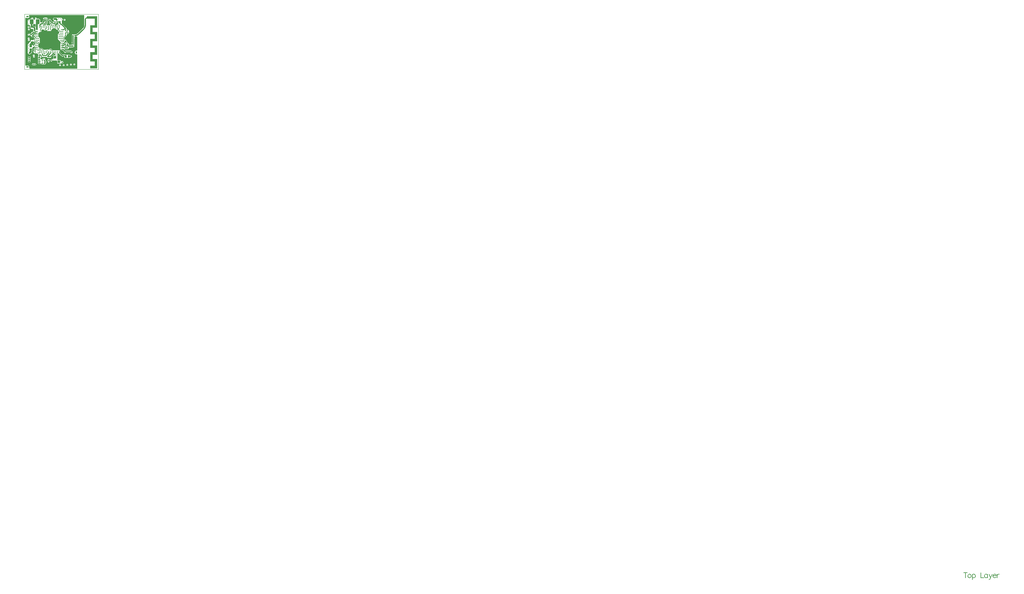
<source format=gtl>
G04*
G04 #@! TF.GenerationSoftware,Altium Limited,Altium Designer,22.4.2 (48)*
G04*
G04 Layer_Physical_Order=1*
G04 Layer_Color=255*
%FSLAX24Y24*%
%MOIN*%
G70*
G04*
G04 #@! TF.SameCoordinates,234F8549-8FEE-4F9A-8B0D-93BDF39202AA*
G04*
G04*
G04 #@! TF.FilePolarity,Positive*
G04*
G01*
G75*
%ADD14C,0.0059*%
%ADD15C,0.0039*%
G04:AMPARAMS|DCode=20|XSize=10.8mil|YSize=11.8mil|CornerRadius=2.7mil|HoleSize=0mil|Usage=FLASHONLY|Rotation=270.000|XOffset=0mil|YOffset=0mil|HoleType=Round|Shape=RoundedRectangle|*
%AMROUNDEDRECTD20*
21,1,0.0108,0.0064,0,0,270.0*
21,1,0.0054,0.0118,0,0,270.0*
1,1,0.0054,-0.0032,-0.0027*
1,1,0.0054,-0.0032,0.0027*
1,1,0.0054,0.0032,0.0027*
1,1,0.0054,0.0032,-0.0027*
%
%ADD20ROUNDEDRECTD20*%
G04:AMPARAMS|DCode=21|XSize=10.8mil|YSize=11.8mil|CornerRadius=2.7mil|HoleSize=0mil|Usage=FLASHONLY|Rotation=180.000|XOffset=0mil|YOffset=0mil|HoleType=Round|Shape=RoundedRectangle|*
%AMROUNDEDRECTD21*
21,1,0.0108,0.0064,0,0,180.0*
21,1,0.0054,0.0118,0,0,180.0*
1,1,0.0054,-0.0027,0.0032*
1,1,0.0054,0.0027,0.0032*
1,1,0.0054,0.0027,-0.0032*
1,1,0.0054,-0.0027,-0.0032*
%
%ADD21ROUNDEDRECTD21*%
G04:AMPARAMS|DCode=22|XSize=21.7mil|YSize=23.6mil|CornerRadius=5.4mil|HoleSize=0mil|Usage=FLASHONLY|Rotation=180.000|XOffset=0mil|YOffset=0mil|HoleType=Round|Shape=RoundedRectangle|*
%AMROUNDEDRECTD22*
21,1,0.0217,0.0128,0,0,180.0*
21,1,0.0108,0.0236,0,0,180.0*
1,1,0.0108,-0.0054,0.0064*
1,1,0.0108,0.0054,0.0064*
1,1,0.0108,0.0054,-0.0064*
1,1,0.0108,-0.0054,-0.0064*
%
%ADD22ROUNDEDRECTD22*%
G04:AMPARAMS|DCode=23|XSize=21.7mil|YSize=23.6mil|CornerRadius=5.4mil|HoleSize=0mil|Usage=FLASHONLY|Rotation=270.000|XOffset=0mil|YOffset=0mil|HoleType=Round|Shape=RoundedRectangle|*
%AMROUNDEDRECTD23*
21,1,0.0217,0.0128,0,0,270.0*
21,1,0.0108,0.0236,0,0,270.0*
1,1,0.0108,-0.0064,-0.0054*
1,1,0.0108,-0.0064,0.0054*
1,1,0.0108,0.0064,0.0054*
1,1,0.0108,0.0064,-0.0054*
%
%ADD23ROUNDEDRECTD23*%
G04:AMPARAMS|DCode=24|XSize=10.8mil|YSize=11.8mil|CornerRadius=2.7mil|HoleSize=0mil|Usage=FLASHONLY|Rotation=135.000|XOffset=0mil|YOffset=0mil|HoleType=Round|Shape=RoundedRectangle|*
%AMROUNDEDRECTD24*
21,1,0.0108,0.0064,0,0,135.0*
21,1,0.0054,0.0118,0,0,135.0*
1,1,0.0054,0.0003,0.0042*
1,1,0.0054,0.0042,0.0003*
1,1,0.0054,-0.0003,-0.0042*
1,1,0.0054,-0.0042,-0.0003*
%
%ADD24ROUNDEDRECTD24*%
G04:AMPARAMS|DCode=25|XSize=55.1mil|YSize=43.3mil|CornerRadius=10.8mil|HoleSize=0mil|Usage=FLASHONLY|Rotation=270.000|XOffset=0mil|YOffset=0mil|HoleType=Round|Shape=RoundedRectangle|*
%AMROUNDEDRECTD25*
21,1,0.0551,0.0217,0,0,270.0*
21,1,0.0335,0.0433,0,0,270.0*
1,1,0.0217,-0.0108,-0.0167*
1,1,0.0217,-0.0108,0.0167*
1,1,0.0217,0.0108,0.0167*
1,1,0.0217,0.0108,-0.0167*
%
%ADD25ROUNDEDRECTD25*%
%ADD28R,0.0295X0.0295*%
%ADD42C,0.0119*%
%ADD43C,0.0119*%
%ADD44R,0.1772X0.1772*%
%ADD45O,0.0098X0.0276*%
%ADD46O,0.0276X0.0098*%
%ADD47R,0.0197X0.0118*%
%ADD48R,0.0512X0.0591*%
%ADD49C,0.0100*%
%ADD50C,0.0160*%
%ADD51C,0.0100*%
%ADD52C,0.0060*%
%ADD53C,0.0040*%
%ADD54C,0.0120*%
%ADD55C,0.0200*%
%ADD56C,0.0140*%
%ADD57O,0.0276X0.0118*%
%ADD58O,0.0118X0.0276*%
%ADD59C,0.0120*%
%ADD60C,0.0140*%
%ADD61C,0.0160*%
G36*
X8032Y4606D02*
X7520Y4606D01*
X7520Y4134D01*
X8032Y4134D01*
X8032Y3110D01*
X7520Y3110D01*
X7520Y2638D01*
X8032Y2638D01*
X8032Y1614D01*
X7520Y1614D01*
X7520Y1142D01*
X8032Y1142D01*
X8032Y118D01*
X7244Y118D01*
X7244Y394D01*
X7756Y394D01*
X7756Y866D01*
X7244Y866D01*
X7244Y1890D01*
X7756Y1890D01*
X7756Y2362D01*
X7244Y2362D01*
X7244Y3386D01*
X7244Y3386D01*
X7756Y3386D01*
X7756Y3858D01*
X7244Y3858D01*
X7244Y4882D01*
X7244Y4882D01*
X7756Y4882D01*
X7756Y5591D01*
X7756Y5591D01*
X6890Y5591D01*
X6890Y5866D01*
X8032Y5866D01*
X8032Y4606D01*
X8032Y4606D02*
G37*
G36*
X3733Y5126D02*
X3740Y5089D01*
X3741Y5089D01*
X3740Y5088D01*
X3710Y5026D01*
X3701Y5024D01*
X3668Y5002D01*
X3646Y4969D01*
X3638Y4930D01*
X3605Y4890D01*
X3589Y4879D01*
X3575Y4879D01*
X3536Y4887D01*
X3519Y4894D01*
X3507Y4913D01*
X3450Y4970D01*
X3469Y5030D01*
X3493Y5030D01*
X3493Y5124D01*
X3511Y5161D01*
X3541Y5180D01*
X3574Y5180D01*
X3600Y5185D01*
X3605Y5188D01*
X3733Y5188D01*
X3733Y5126D01*
X3733Y5126D02*
G37*
G36*
X1200Y5021D02*
X1217Y5000D01*
X1217Y5000D01*
X1217Y4722D01*
X1209Y4716D01*
X1157Y4700D01*
X1080Y4777D01*
X1041Y4803D01*
X994Y4812D01*
X947Y4812D01*
X936Y4829D01*
X905Y4850D01*
X878Y4855D01*
X878Y4952D01*
X904Y4952D01*
X961Y4964D01*
X1011Y4996D01*
X1017Y5005D01*
X1030Y5021D01*
X1030Y5021D01*
X1200Y5021D01*
X1200Y5021D02*
G37*
G36*
X6584Y5502D02*
X6581Y5482D01*
X6582Y5482D01*
X6582Y4830D01*
X6582Y4830D01*
X6582Y4830D01*
X6572Y4752D01*
X6541Y4678D01*
X6493Y4616D01*
X6493Y4616D01*
X6451Y4573D01*
X5846Y3969D01*
X5824Y3991D01*
X5739Y3906D01*
X5691Y3876D01*
X5681Y3874D01*
X5679Y3874D01*
X5567Y3874D01*
X5562Y3873D01*
X5540Y3873D01*
X5506Y3867D01*
X5464Y3852D01*
X5422Y3867D01*
X5388Y3873D01*
X5366Y3873D01*
X5361Y3874D01*
X5326Y3879D01*
X5301Y3900D01*
X5301Y3906D01*
X5240Y3932D01*
X5240Y3780D01*
X5240Y3780D01*
X5243Y3775D01*
X5239Y3753D01*
X5239Y3410D01*
X5239Y3410D01*
X5239Y3410D01*
X5239Y3293D01*
X5238Y3290D01*
X5239Y3287D01*
X5239Y3016D01*
X5207Y3016D01*
X5207Y2896D01*
X5239Y2896D01*
X5239Y2781D01*
X5240Y2775D01*
X5240Y2754D01*
X5196Y2696D01*
X4892Y2696D01*
X4892Y2767D01*
X4886Y2798D01*
X4886Y2829D01*
X4879Y2863D01*
X4860Y2892D01*
X4831Y2911D01*
X4797Y2918D01*
X4752Y2918D01*
X4735Y2930D01*
X4734Y2931D01*
X4707Y2972D01*
X4712Y3000D01*
X4703Y3047D01*
X4677Y3087D01*
X4676Y3087D01*
X4675Y3092D01*
X4655Y3122D01*
X4620Y3157D01*
X4615Y3180D01*
X4600Y3202D01*
X4580Y3216D01*
X4580Y3280D01*
X4460Y3280D01*
X4431Y3328D01*
X4431Y3536D01*
X4558Y3664D01*
X4563Y3665D01*
X4585Y3680D01*
X4599Y3700D01*
X4663Y3700D01*
X4663Y3865D01*
X4690Y3892D01*
X4744Y3892D01*
X4770Y3897D01*
X4792Y3912D01*
X4807Y3934D01*
X4812Y3960D01*
X4812Y3991D01*
X4831Y4010D01*
X4859Y4016D01*
X4892Y4038D01*
X4914Y4071D01*
X4922Y4110D01*
X4922Y4262D01*
X4814Y4370D01*
X4690Y4370D01*
X4677Y4383D01*
X4660Y4440D01*
X4660Y4440D01*
X4660Y4440D01*
X4660Y4560D01*
X4596Y4560D01*
X4586Y4575D01*
X4586Y4576D01*
X4579Y4611D01*
X4559Y4641D01*
X4165Y5035D01*
X4130Y5080D01*
X4130Y5393D01*
X4173Y5436D01*
X4206Y5458D01*
X4228Y5491D01*
X4236Y5499D01*
X4236Y5572D01*
X4094Y5714D01*
X3798Y5709D01*
X3771Y5714D01*
X3739Y5708D01*
X3473Y5703D01*
X3473Y5703D01*
X3473Y5703D01*
X3275Y5703D01*
X3220Y5692D01*
X3174Y5661D01*
X3143Y5615D01*
X3132Y5560D01*
X3143Y5505D01*
X3174Y5459D01*
X3220Y5428D01*
X3249Y5422D01*
X3265Y5360D01*
X3250Y5338D01*
X3245Y5313D01*
X3220Y5263D01*
X3191Y5263D01*
X3100Y5263D01*
X3100Y5263D01*
X3100Y5263D01*
X3059Y5302D01*
X2976Y5385D01*
X2970Y5414D01*
X2946Y5450D01*
X2946Y5450D01*
X2899Y5496D01*
X2899Y5498D01*
X2872Y5538D01*
X2833Y5564D01*
X2786Y5573D01*
X2739Y5564D01*
X2699Y5538D01*
X2673Y5498D01*
X2664Y5451D01*
X2673Y5404D01*
X2699Y5365D01*
X2739Y5338D01*
X2741Y5338D01*
X2744Y5335D01*
X2744Y5072D01*
X2759Y5057D01*
X2774Y5035D01*
X2796Y5020D01*
X2801Y5019D01*
X2842Y4980D01*
X2842Y4914D01*
X2818Y4890D01*
X2788Y4871D01*
X2720Y4871D01*
X2690Y4890D01*
X2656Y4897D01*
X2621Y4890D01*
X2593Y4872D01*
X2591Y4871D01*
X2557Y4871D01*
X2523Y4871D01*
X2521Y4872D01*
X2521Y4872D01*
X2480Y4904D01*
X2470Y4967D01*
X2575Y5072D01*
X2591Y5095D01*
X2596Y5122D01*
X2596Y5560D01*
X2591Y5587D01*
X2591Y5638D01*
X2530Y5699D01*
X2497Y5721D01*
X2458Y5729D01*
X2156Y5729D01*
X2117Y5721D01*
X2084Y5699D01*
X2062Y5666D01*
X2054Y5627D01*
X2062Y5588D01*
X2084Y5555D01*
X2117Y5533D01*
X2156Y5525D01*
X2274Y5525D01*
X2354Y5445D01*
X2354Y5193D01*
X2089Y4929D01*
X2064Y4940D01*
X2055Y4997D01*
X2288Y5230D01*
X2288Y5310D01*
X2280Y5349D01*
X2258Y5382D01*
X2225Y5404D01*
X2186Y5412D01*
X2064Y5412D01*
X2025Y5404D01*
X1992Y5382D01*
X1970Y5349D01*
X1962Y5310D01*
X1962Y5247D01*
X1954Y5190D01*
X1834Y5190D01*
X1834Y5190D01*
X1834Y5190D01*
X1834Y5190D01*
X1783Y5211D01*
X1724Y5270D01*
X1724Y5438D01*
X1713Y5496D01*
X1680Y5545D01*
X1631Y5578D01*
X1573Y5589D01*
X1393Y5589D01*
X1342Y5640D01*
X1334Y5679D01*
X1312Y5712D01*
X1279Y5734D01*
X1240Y5742D01*
X1201Y5734D01*
X1168Y5712D01*
X1146Y5679D01*
X1138Y5640D01*
X1146Y5601D01*
X1159Y5581D01*
X1144Y5536D01*
X1133Y5521D01*
X1030Y5521D01*
X1030Y5521D01*
X1030Y5521D01*
X1018Y5536D01*
X1011Y5545D01*
X989Y5559D01*
X961Y5578D01*
X950Y5641D01*
X952Y5650D01*
X944Y5689D01*
X922Y5722D01*
X889Y5744D01*
X850Y5752D01*
X811Y5744D01*
X778Y5722D01*
X756Y5689D01*
X748Y5650D01*
X748Y5649D01*
X704Y5589D01*
X687Y5589D01*
X629Y5578D01*
X580Y5545D01*
X567Y5526D01*
X540Y5498D01*
X495Y5508D01*
X456Y5515D01*
X417Y5508D01*
X384Y5486D01*
X362Y5452D01*
X354Y5413D01*
X354Y5413D01*
X354Y4978D01*
X414Y4918D01*
X546Y4918D01*
X634Y4830D01*
X634Y4755D01*
X643Y4708D01*
X644Y4707D01*
X644Y4653D01*
X651Y4616D01*
X672Y4585D01*
X694Y4571D01*
X694Y4460D01*
X914Y4460D01*
X962Y4430D01*
X962Y4300D01*
X971Y4253D01*
X973Y4250D01*
X973Y4250D01*
X966Y4197D01*
X934Y4150D01*
X880Y4150D01*
X854Y4145D01*
X832Y4130D01*
X818Y4110D01*
X754Y4110D01*
X754Y4017D01*
X706Y3980D01*
X701Y3983D01*
X654Y3992D01*
X607Y3983D01*
X567Y3957D01*
X565Y3953D01*
X535Y3919D01*
X495Y3933D01*
X456Y3941D01*
X417Y3933D01*
X384Y3911D01*
X362Y3878D01*
X354Y3839D01*
X362Y3800D01*
X384Y3767D01*
X417Y3745D01*
X456Y3737D01*
X495Y3745D01*
X528Y3767D01*
X598Y3763D01*
X607Y3757D01*
X654Y3748D01*
X662Y3749D01*
X714Y3699D01*
X714Y3610D01*
X778Y3610D01*
X792Y3590D01*
X814Y3575D01*
X840Y3570D01*
X894Y3570D01*
X921Y3575D01*
X926Y3578D01*
X974Y3578D01*
X1009Y3585D01*
X1042Y3558D01*
X1045Y3556D01*
X1058Y3509D01*
X1059Y3484D01*
X1057Y3481D01*
X1048Y3467D01*
X1043Y3439D01*
X1043Y3329D01*
X965Y3251D01*
X914Y3230D01*
X857Y3230D01*
X694Y3230D01*
X694Y3119D01*
X684Y3113D01*
X684Y3113D01*
X672Y3105D01*
X667Y3097D01*
X490Y2920D01*
X358Y2788D01*
X358Y1789D01*
X407Y1740D01*
X408Y1735D01*
X439Y1689D01*
X485Y1658D01*
X540Y1647D01*
X541Y1647D01*
X541Y1647D01*
X596Y1658D01*
X642Y1689D01*
X787Y1833D01*
X787Y1833D01*
X817Y1880D01*
X828Y1934D01*
X828Y2084D01*
X843Y2106D01*
X851Y2143D01*
X851Y2251D01*
X843Y2288D01*
X843Y2289D01*
X830Y2317D01*
X844Y2355D01*
X856Y2374D01*
X866Y2374D01*
X937Y2446D01*
X937Y2508D01*
X1057Y2508D01*
X1057Y2519D01*
X1059Y2521D01*
X1117Y2545D01*
X1131Y2536D01*
X1153Y2531D01*
X1180Y2488D01*
X1184Y2470D01*
X1184Y2469D01*
X1177Y2434D01*
X1177Y2434D01*
X1003Y2260D01*
X988Y2237D01*
X982Y2210D01*
X982Y2043D01*
X982Y2042D01*
X960Y2009D01*
X952Y1970D01*
X960Y1931D01*
X982Y1898D01*
X1104Y1776D01*
X1350Y1776D01*
X1418Y1708D01*
X1469Y1708D01*
X1517Y1660D01*
X1517Y1540D01*
X1479Y1496D01*
X1472Y1489D01*
X1472Y999D01*
X1472Y606D01*
X1749Y606D01*
X1749Y606D01*
X1807Y601D01*
X1809Y599D01*
X1855Y580D01*
X1911Y580D01*
X1921Y564D01*
X1943Y550D01*
X1970Y544D01*
X2024Y544D01*
X2050Y550D01*
X2072Y564D01*
X2128Y564D01*
X2150Y550D01*
X2176Y544D01*
X2195Y544D01*
X2203Y543D01*
X2211Y544D01*
X2230Y544D01*
X2256Y550D01*
X2279Y564D01*
X2294Y587D01*
X2295Y592D01*
X2342Y639D01*
X2364Y672D01*
X2372Y711D01*
X2372Y747D01*
X2383Y763D01*
X2392Y810D01*
X2383Y857D01*
X2372Y873D01*
X2372Y933D01*
X2364Y972D01*
X2342Y1005D01*
X2295Y1053D01*
X2294Y1058D01*
X2279Y1080D01*
X2264Y1121D01*
X2272Y1160D01*
X2264Y1199D01*
X2242Y1232D01*
X2209Y1254D01*
X2170Y1262D01*
X2131Y1254D01*
X2098Y1232D01*
X2093Y1225D01*
X2064Y1225D01*
X2018Y1206D01*
X1953Y1141D01*
X1930Y1118D01*
X1821Y1118D01*
X1749Y1190D01*
X1749Y1274D01*
X1809Y1318D01*
X1810Y1318D01*
X1849Y1326D01*
X1882Y1348D01*
X1898Y1372D01*
X1958Y1370D01*
X1958Y1370D01*
X2078Y1370D01*
X2078Y1370D01*
X2159Y1370D01*
X2159Y1370D01*
X2279Y1370D01*
X2279Y1370D01*
X2447Y1370D01*
X2462Y1348D01*
X2483Y1334D01*
X2483Y1270D01*
X2543Y1270D01*
X2543Y1270D01*
X2920Y1270D01*
X2920Y1270D01*
X2920Y1334D01*
X2940Y1348D01*
X2955Y1370D01*
X2960Y1396D01*
X2960Y1410D01*
X3311Y1761D01*
X3362Y1734D01*
X3378Y1723D01*
X3378Y1525D01*
X3178Y1525D01*
X3178Y1222D01*
X3050Y1094D01*
X3040Y1095D01*
X3018Y1110D01*
X2992Y1115D01*
X2928Y1115D01*
X2901Y1110D01*
X2879Y1095D01*
X2864Y1073D01*
X2859Y1046D01*
X2859Y992D01*
X2864Y966D01*
X2879Y944D01*
X2900Y930D01*
X2900Y866D01*
X3020Y866D01*
X3020Y930D01*
X3040Y944D01*
X3047Y954D01*
X3067Y954D01*
X3113Y973D01*
X3533Y973D01*
X3536Y977D01*
X3611Y902D01*
X3611Y638D01*
X3986Y638D01*
X4024Y676D01*
X4131Y676D01*
X4157Y670D01*
X4221Y670D01*
X4247Y676D01*
X4269Y690D01*
X4284Y713D01*
X4289Y739D01*
X4289Y793D01*
X4284Y819D01*
X4269Y841D01*
X4249Y855D01*
X4249Y919D01*
X4129Y919D01*
X4129Y919D01*
X4129Y919D01*
X4015Y919D01*
X3986Y948D01*
X3986Y1014D01*
X3683Y1014D01*
X3647Y1050D01*
X3647Y1719D01*
X3684Y1756D01*
X3704Y1769D01*
X3772Y1769D01*
X3802Y1750D01*
X3813Y1748D01*
X4082Y1478D01*
X4112Y1459D01*
X4140Y1453D01*
X4140Y1390D01*
X4260Y1390D01*
X4260Y1452D01*
X4393Y1452D01*
X4393Y1376D01*
X4400Y1339D01*
X4421Y1308D01*
X4452Y1287D01*
X4489Y1280D01*
X4597Y1280D01*
X4634Y1287D01*
X4806Y1287D01*
X4843Y1280D01*
X4951Y1280D01*
X4988Y1287D01*
X5019Y1308D01*
X5028Y1322D01*
X5053Y1327D01*
X5100Y1318D01*
X5147Y1327D01*
X5187Y1353D01*
X5213Y1393D01*
X5222Y1440D01*
X5213Y1487D01*
X5187Y1527D01*
X5147Y1553D01*
X5100Y1562D01*
X5053Y1553D01*
X5028Y1558D01*
X5019Y1572D01*
X4988Y1593D01*
X4951Y1600D01*
X4520Y1600D01*
X4512Y1608D01*
X4482Y1628D01*
X4447Y1635D01*
X4251Y1635D01*
X4232Y1639D01*
X4181Y1639D01*
X3928Y1891D01*
X3928Y1922D01*
X3928Y1926D01*
X3928Y2011D01*
X3921Y2046D01*
X3915Y2055D01*
X3901Y2075D01*
X3874Y2102D01*
X3852Y2102D01*
X3640Y2102D01*
X3640Y2102D01*
X3640Y2102D01*
X3428Y2102D01*
X3127Y2102D01*
X2967Y2262D01*
X2790Y2262D01*
X2751Y2254D01*
X2718Y2232D01*
X2696Y2199D01*
X2688Y2160D01*
X2629Y2148D01*
X2612Y2146D01*
X2606Y2152D01*
X2604Y2159D01*
X2582Y2192D01*
X2549Y2214D01*
X2510Y2222D01*
X2468Y2222D01*
X2406Y2160D01*
X2197Y2160D01*
X2197Y2160D01*
X2197Y2160D01*
X2121Y2160D01*
X2120Y2161D01*
X1970Y2311D01*
X1947Y2326D01*
X1920Y2332D01*
X1689Y2332D01*
X1640Y2358D01*
X1640Y2358D01*
X1568Y2430D01*
X1545Y2453D01*
X1529Y2474D01*
X1529Y2596D01*
X1536Y2631D01*
X1529Y2666D01*
X1529Y2793D01*
X1533Y2812D01*
X1611Y2890D01*
X1639Y2896D01*
X1672Y2918D01*
X1694Y2951D01*
X1702Y2990D01*
X1702Y3452D01*
X1539Y3615D01*
X1536Y3615D01*
X1536Y4009D01*
X1655Y4128D01*
X1764Y4128D01*
X1803Y4136D01*
X1836Y4158D01*
X1858Y4191D01*
X1866Y4230D01*
X1858Y4269D01*
X1838Y4300D01*
X1850Y4356D01*
X1904Y4410D01*
X2106Y4410D01*
X2208Y4308D01*
X2292Y4308D01*
X2363Y4379D01*
X2429Y4379D01*
X2429Y4379D01*
X2469Y4336D01*
X2476Y4301D01*
X2498Y4268D01*
X2531Y4246D01*
X2570Y4238D01*
X2882Y4238D01*
X2932Y4288D01*
X2954Y4321D01*
X2962Y4360D01*
X3140Y4538D01*
X3425Y4538D01*
X3479Y4484D01*
X3486Y4451D01*
X3508Y4418D01*
X3541Y4396D01*
X3580Y4388D01*
X3619Y4396D01*
X3652Y4418D01*
X3674Y4451D01*
X3682Y4490D01*
X3682Y4491D01*
X3690Y4499D01*
X3706Y4522D01*
X3711Y4550D01*
X3771Y4559D01*
X3819Y4521D01*
X3819Y4444D01*
X3780Y4412D01*
X3741Y4404D01*
X3708Y4382D01*
X3686Y4349D01*
X3678Y4310D01*
X3686Y4271D01*
X3708Y4238D01*
X3741Y4216D01*
X3780Y4208D01*
X3781Y4208D01*
X3834Y4155D01*
X3834Y4025D01*
X3828Y3997D01*
X3787Y3956D01*
X3781Y3957D01*
X3742Y3950D01*
X3708Y3927D01*
X3686Y3894D01*
X3679Y3855D01*
X3680Y3849D01*
X3678Y3847D01*
X3678Y3349D01*
X3846Y3181D01*
X3868Y3148D01*
X3901Y3126D01*
X3977Y3050D01*
X3972Y3025D01*
X3979Y2990D01*
X3999Y2960D01*
X3999Y2935D01*
X3984Y2878D01*
X3952Y2845D01*
X3952Y2833D01*
X3952Y2631D01*
X3952Y2631D01*
X3952Y2631D01*
X3952Y2258D01*
X3972Y2237D01*
X3979Y2203D01*
X3979Y2203D01*
X3999Y2173D01*
X4028Y2153D01*
X4063Y2146D01*
X4148Y2146D01*
X4152Y2146D01*
X4175Y2146D01*
X4388Y1932D01*
X4391Y1920D01*
X4405Y1898D01*
X4426Y1884D01*
X4426Y1820D01*
X4546Y1820D01*
X4546Y1882D01*
X5057Y1882D01*
X5080Y1847D01*
X5120Y1820D01*
X5167Y1811D01*
X5214Y1820D01*
X5253Y1847D01*
X5280Y1886D01*
X5289Y1933D01*
X5280Y1980D01*
X5253Y2020D01*
X5214Y2046D01*
X5167Y2056D01*
X5166Y2055D01*
X5162Y2058D01*
X5127Y2065D01*
X4536Y2065D01*
X4518Y2069D01*
X4511Y2069D01*
X4392Y2187D01*
X4419Y2243D01*
X4475Y2245D01*
X4770Y2245D01*
X4800Y2251D01*
X4802Y2251D01*
X4836Y2258D01*
X4865Y2277D01*
X4884Y2306D01*
X4891Y2340D01*
X4891Y2362D01*
X4892Y2367D01*
X4891Y2373D01*
X4891Y2394D01*
X4935Y2452D01*
X5079Y2452D01*
X5079Y2421D01*
X5199Y2421D01*
X5199Y2452D01*
X5361Y2452D01*
X5391Y2458D01*
X5393Y2458D01*
X5427Y2465D01*
X5456Y2484D01*
X5475Y2513D01*
X5482Y2547D01*
X5482Y2568D01*
X5483Y2574D01*
X5482Y2579D01*
X5482Y2775D01*
X5483Y2781D01*
X5483Y3287D01*
X5483Y3290D01*
X5483Y3293D01*
X5483Y3390D01*
X5514Y3450D01*
X5514Y3450D01*
X5514Y3570D01*
X5514Y3570D01*
X5529Y3624D01*
X5540Y3632D01*
X5562Y3632D01*
X5567Y3631D01*
X5679Y3631D01*
X5679Y3630D01*
X5759Y3640D01*
X5819Y3598D01*
X5819Y2099D01*
X5759Y2063D01*
X5721Y2070D01*
X5663Y2059D01*
X5614Y2026D01*
X5581Y1977D01*
X5569Y1919D01*
X5569Y1821D01*
X5581Y1763D01*
X5614Y1714D01*
X5663Y1681D01*
X5721Y1670D01*
X5759Y1677D01*
X5819Y1642D01*
X5819Y80D01*
X564Y80D01*
X564Y80D01*
X564Y80D01*
X516Y128D01*
X516Y205D01*
X516Y256D01*
X516Y256D01*
X516Y266D01*
X516Y266D01*
X516Y266D01*
X509Y288D01*
X504Y314D01*
X501Y319D01*
X472Y363D01*
X423Y396D01*
X365Y407D01*
X157Y407D01*
X80Y484D01*
X80Y5676D01*
X124Y5720D01*
X159Y5720D01*
X209Y5687D01*
X266Y5676D01*
X365Y5676D01*
X423Y5687D01*
X472Y5720D01*
X504Y5769D01*
X516Y5827D01*
X504Y5885D01*
X494Y5900D01*
X494Y5980D01*
X536Y6022D01*
X6584Y6022D01*
X6584Y5502D01*
X6584Y5502D02*
G37*
G36*
X1165Y2932D02*
X1191Y2873D01*
X1184Y2863D01*
X1177Y2828D01*
X1184Y2793D01*
X1186Y2790D01*
X1180Y2770D01*
X1155Y2729D01*
X1131Y2724D01*
X1077Y2737D01*
X1077Y2738D01*
X1075Y2740D01*
X1075Y2740D01*
X1067Y2748D01*
X1028Y2786D01*
X1028Y2787D01*
X1022Y2795D01*
X1020Y2807D01*
X1020Y2891D01*
X1022Y2902D01*
X1029Y2911D01*
X1051Y2933D01*
X1164Y2933D01*
X1165Y2932D01*
X1165Y2932D02*
G37*
G36*
X4616Y2657D02*
X4648Y2633D01*
X4648Y2574D01*
X4649Y2568D01*
X4649Y2547D01*
X4605Y2489D01*
X4428Y2489D01*
X4422Y2491D01*
X4410Y2500D01*
X4410Y2536D01*
X4444Y2582D01*
X4444Y2582D01*
X4485Y2626D01*
X4514Y2654D01*
X4563Y2674D01*
X4616Y2657D01*
X4616Y2657D02*
G37*
G36*
X935Y3090D02*
X960Y3065D01*
X962Y3039D01*
X957Y3012D01*
X934Y2989D01*
X907Y2949D01*
X898Y2903D01*
X898Y2795D01*
X907Y2748D01*
X926Y2719D01*
X898Y2690D01*
X840Y2690D01*
X800Y2650D01*
X800Y2490D01*
X790Y2480D01*
X783Y2475D01*
X765Y2464D01*
X764Y2462D01*
X762Y2461D01*
X751Y2444D01*
X586Y2444D01*
X559Y2471D01*
X559Y2645D01*
X562Y2660D01*
X559Y2675D01*
X559Y2816D01*
X753Y3010D01*
X755Y3013D01*
X762Y3018D01*
X770Y3026D01*
X780Y3033D01*
X787Y3043D01*
X796Y3051D01*
X800Y3063D01*
X807Y3073D01*
X809Y3084D01*
X812Y3090D01*
X851Y3090D01*
X935Y3090D01*
X935Y3090D02*
G37*
%LPC*%
G36*
X4414Y5592D02*
X4375Y5584D01*
X4342Y5562D01*
X4320Y5529D01*
X4312Y5490D01*
X4320Y5451D01*
X4342Y5418D01*
X4375Y5396D01*
X4414Y5388D01*
X4453Y5396D01*
X4486Y5418D01*
X4508Y5451D01*
X4516Y5490D01*
X4508Y5529D01*
X4486Y5562D01*
X4453Y5584D01*
X4414Y5592D01*
X4414Y5592D02*
G37*
G36*
X456Y4792D02*
X417Y4784D01*
X384Y4762D01*
X362Y4729D01*
X354Y4690D01*
X362Y4651D01*
X384Y4618D01*
X417Y4596D01*
X456Y4588D01*
X495Y4596D01*
X528Y4618D01*
X550Y4651D01*
X558Y4690D01*
X550Y4729D01*
X528Y4762D01*
X495Y4784D01*
X456Y4792D01*
X456Y4792D02*
G37*
G36*
X474Y4522D02*
X435Y4514D01*
X402Y4492D01*
X380Y4459D01*
X372Y4420D01*
X380Y4381D01*
X402Y4348D01*
X435Y4326D01*
X474Y4318D01*
X513Y4326D01*
X546Y4348D01*
X568Y4381D01*
X576Y4420D01*
X568Y4459D01*
X546Y4492D01*
X513Y4514D01*
X474Y4522D01*
X474Y4522D02*
G37*
G36*
X460Y3542D02*
X421Y3534D01*
X388Y3512D01*
X366Y3479D01*
X358Y3440D01*
X366Y3401D01*
X386Y3371D01*
X388Y3368D01*
X398Y3312D01*
X376Y3279D01*
X368Y3240D01*
X376Y3201D01*
X398Y3168D01*
X431Y3146D01*
X470Y3138D01*
X509Y3146D01*
X542Y3168D01*
X564Y3201D01*
X572Y3240D01*
X564Y3279D01*
X544Y3309D01*
X542Y3312D01*
X532Y3368D01*
X554Y3401D01*
X562Y3440D01*
X554Y3479D01*
X532Y3512D01*
X499Y3534D01*
X460Y3542D01*
X460Y3542D02*
G37*
G36*
X1010Y1662D02*
X971Y1654D01*
X938Y1632D01*
X916Y1599D01*
X908Y1560D01*
X916Y1521D01*
X938Y1488D01*
X966Y1469D01*
X946Y1439D01*
X938Y1400D01*
X946Y1361D01*
X968Y1328D01*
X1001Y1306D01*
X1040Y1298D01*
X1079Y1306D01*
X1112Y1328D01*
X1134Y1361D01*
X1142Y1400D01*
X1134Y1439D01*
X1112Y1472D01*
X1084Y1491D01*
X1104Y1521D01*
X1112Y1560D01*
X1104Y1599D01*
X1082Y1632D01*
X1049Y1654D01*
X1010Y1662D01*
X1010Y1662D02*
G37*
G36*
X648Y1394D02*
X371Y1394D01*
X371Y1196D01*
X371Y803D01*
X648Y803D01*
X648Y1196D01*
X648Y1394D01*
X648Y1394D02*
G37*
G36*
X2652Y1152D02*
X2613Y1144D01*
X2580Y1122D01*
X2558Y1089D01*
X2550Y1050D01*
X2558Y1011D01*
X2569Y995D01*
X2557Y977D01*
X2552Y951D01*
X2552Y897D01*
X2557Y870D01*
X2572Y848D01*
X2592Y835D01*
X2592Y770D01*
X2712Y770D01*
X2712Y835D01*
X2732Y848D01*
X2747Y870D01*
X2752Y897D01*
X2752Y951D01*
X2747Y977D01*
X2735Y995D01*
X2746Y1011D01*
X2754Y1050D01*
X2746Y1089D01*
X2724Y1122D01*
X2691Y1144D01*
X2652Y1152D01*
X2652Y1152D02*
G37*
G36*
X1149Y667D02*
X1102Y658D01*
X1096Y654D01*
X1051Y636D01*
X1005Y654D01*
X999Y658D01*
X952Y667D01*
X905Y658D01*
X866Y632D01*
X839Y592D01*
X830Y545D01*
X839Y498D01*
X866Y459D01*
X905Y432D01*
X952Y423D01*
X999Y432D01*
X1005Y436D01*
X1051Y454D01*
X1096Y436D01*
X1102Y432D01*
X1149Y423D01*
X1196Y432D01*
X1235Y459D01*
X1262Y498D01*
X1271Y545D01*
X1262Y592D01*
X1235Y632D01*
X1196Y658D01*
X1149Y667D01*
X1149Y667D02*
G37*
G36*
X5500Y652D02*
X5461Y644D01*
X5428Y622D01*
X5406Y589D01*
X5398Y550D01*
X5406Y511D01*
X5428Y478D01*
X5461Y456D01*
X5500Y448D01*
X5539Y456D01*
X5572Y478D01*
X5594Y511D01*
X5602Y550D01*
X5594Y589D01*
X5572Y622D01*
X5539Y644D01*
X5500Y652D01*
X5500Y652D02*
G37*
G36*
X5130Y642D02*
X5091Y634D01*
X5058Y612D01*
X5036Y579D01*
X5028Y540D01*
X5036Y501D01*
X5058Y468D01*
X5091Y446D01*
X5130Y438D01*
X5169Y446D01*
X5202Y468D01*
X5224Y501D01*
X5232Y540D01*
X5224Y579D01*
X5202Y612D01*
X5169Y634D01*
X5130Y642D01*
X5130Y642D02*
G37*
G36*
X4720Y602D02*
X4681Y594D01*
X4648Y572D01*
X4626Y539D01*
X4618Y500D01*
X4626Y461D01*
X4648Y428D01*
X4681Y406D01*
X4720Y398D01*
X4759Y406D01*
X4792Y428D01*
X4814Y461D01*
X4822Y500D01*
X4814Y539D01*
X4792Y572D01*
X4759Y594D01*
X4720Y602D01*
X4720Y602D02*
G37*
G36*
X4320Y582D02*
X4281Y574D01*
X4248Y552D01*
X4226Y519D01*
X4218Y480D01*
X4226Y441D01*
X4248Y408D01*
X4281Y386D01*
X4320Y378D01*
X4359Y386D01*
X4392Y408D01*
X4414Y441D01*
X4422Y480D01*
X4414Y519D01*
X4392Y552D01*
X4359Y574D01*
X4320Y582D01*
X4320Y582D02*
G37*
G36*
X3930Y567D02*
X3891Y559D01*
X3858Y537D01*
X3836Y504D01*
X3828Y465D01*
X3836Y426D01*
X3858Y393D01*
X3891Y371D01*
X3930Y363D01*
X3969Y371D01*
X4002Y393D01*
X4024Y426D01*
X4032Y465D01*
X4024Y504D01*
X4002Y537D01*
X3969Y559D01*
X3930Y567D01*
X3930Y567D02*
G37*
%LPD*%
D14*
X103952Y-55679D02*
X103952Y-56269D01*
X103755Y-55679D02*
X104149Y-55679D01*
X104359Y-55876D02*
X104303Y-55904D01*
X104247Y-55960D01*
X104219Y-56044D01*
X104219Y-56101D01*
X104247Y-56185D01*
X104303Y-56241D01*
X104359Y-56269D01*
X104444Y-56269D01*
X104500Y-56241D01*
X104556Y-56185D01*
X104584Y-56101D01*
X104584Y-56044D01*
X104556Y-55960D01*
X104500Y-55904D01*
X104444Y-55876D01*
X104359Y-55876D01*
X104714Y-55876D02*
X104714Y-56466D01*
X104714Y-55960D02*
X104770Y-55904D01*
X104826Y-55876D01*
X104910Y-55876D01*
X104967Y-55904D01*
X105023Y-55960D01*
X105051Y-56044D01*
X105051Y-56101D01*
X105023Y-56185D01*
X104967Y-56241D01*
X104910Y-56269D01*
X104826Y-56269D01*
X104770Y-56241D01*
X104714Y-56185D01*
X105641Y-55679D02*
X105641Y-56269D01*
X105979Y-56269D01*
X106381Y-55876D02*
X106381Y-56269D01*
X106381Y-55960D02*
X106325Y-55904D01*
X106268Y-55876D01*
X106184Y-55876D01*
X106128Y-55904D01*
X106072Y-55960D01*
X106043Y-56044D01*
X106043Y-56101D01*
X106072Y-56185D01*
X106128Y-56241D01*
X106184Y-56269D01*
X106268Y-56269D01*
X106325Y-56241D01*
X106381Y-56185D01*
X106566Y-55876D02*
X106735Y-56269D01*
X106904Y-55876D02*
X106735Y-56269D01*
X106679Y-56382D01*
X106623Y-56438D01*
X106566Y-56466D01*
X106538Y-56466D01*
X107002Y-56044D02*
X107340Y-56044D01*
X107340Y-55988D01*
X107311Y-55932D01*
X107283Y-55904D01*
X107227Y-55876D01*
X107143Y-55876D01*
X107087Y-55904D01*
X107030Y-55960D01*
X107002Y-56044D01*
X107002Y-56101D01*
X107030Y-56185D01*
X107087Y-56241D01*
X107143Y-56269D01*
X107227Y-56269D01*
X107283Y-56241D01*
X107340Y-56185D01*
X107466Y-55876D02*
X107466Y-56269D01*
X107466Y-56044D02*
X107494Y-55960D01*
X107550Y-55904D01*
X107607Y-55876D01*
X107691Y-55876D01*
D15*
X0Y0D02*
X0Y6102D01*
X0Y0D02*
X8150Y0D01*
X8150Y6102D01*
X0Y6102D02*
X8150Y6102D01*
D20*
X3160Y5110D02*
D03*
X3160Y5317D02*
D03*
X1894Y5037D02*
D03*
X1894Y5243D02*
D03*
X997Y2662D02*
D03*
X997Y2455D02*
D03*
X2219Y1523D02*
D03*
X2219Y1317D02*
D03*
X2018Y1523D02*
D03*
X2018Y1317D02*
D03*
X4200Y1543D02*
D03*
X4200Y1337D02*
D03*
X2543Y1423D02*
D03*
X2543Y1217D02*
D03*
X2860Y1423D02*
D03*
X2860Y1217D02*
D03*
X4486Y1973D02*
D03*
X4486Y1767D02*
D03*
X4520Y3127D02*
D03*
X4520Y3333D02*
D03*
X4770Y2367D02*
D03*
X4770Y2574D02*
D03*
X5139Y2574D02*
D03*
X5139Y2367D02*
D03*
X2960Y1019D02*
D03*
X2960Y813D02*
D03*
X4189Y766D02*
D03*
X4189Y973D02*
D03*
X3547Y5487D02*
D03*
X3547Y5280D02*
D03*
X5361Y2781D02*
D03*
X5361Y2574D02*
D03*
X2854Y5317D02*
D03*
X2854Y5110D02*
D03*
X2652Y924D02*
D03*
X2652Y717D02*
D03*
D21*
X3340Y5090D02*
D03*
X3547Y5090D02*
D03*
X907Y4050D02*
D03*
X701Y4050D02*
D03*
X4507Y4500D02*
D03*
X4713Y4500D02*
D03*
X867Y3670D02*
D03*
X661Y3670D02*
D03*
X4510Y3760D02*
D03*
X4717Y3760D02*
D03*
X5361Y3753D02*
D03*
X5567Y3753D02*
D03*
X5361Y2956D02*
D03*
X5154Y2956D02*
D03*
X4563Y2797D02*
D03*
X4770Y2797D02*
D03*
X5361Y3510D02*
D03*
X5567Y3510D02*
D03*
X1670Y1600D02*
D03*
X1463Y1600D02*
D03*
X3547Y5280D02*
D03*
X3340Y5280D02*
D03*
X4510Y4270D02*
D03*
X4717Y4270D02*
D03*
X4510Y3992D02*
D03*
X4717Y3992D02*
D03*
X2203Y1000D02*
D03*
X1997Y1000D02*
D03*
X2203Y645D02*
D03*
X1997Y645D02*
D03*
D22*
X3883Y5190D02*
D03*
X4237Y5190D02*
D03*
X4543Y1440D02*
D03*
X4897Y1440D02*
D03*
D23*
X804Y2983D02*
D03*
X804Y3337D02*
D03*
X804Y4707D02*
D03*
X804Y4353D02*
D03*
X691Y2552D02*
D03*
X691Y2197D02*
D03*
D24*
X5744Y3986D02*
D03*
X5890Y3840D02*
D03*
D25*
X795Y5271D02*
D03*
X1465Y5271D02*
D03*
D28*
X3799Y1338D02*
D03*
X3799Y826D02*
D03*
X3366Y826D02*
D03*
X3366Y1338D02*
D03*
D42*
X4563Y2797D02*
G03*
X4427Y2741I0J-193D01*
G01*
X4262Y2631D02*
G03*
X4356Y2670I0J133D01*
G01*
X4340Y2400D02*
G03*
X4419Y2367I79J79D01*
G01*
X4340Y2400D02*
G03*
X4257Y2434I-83J-83D01*
G01*
X6950Y5728D02*
G03*
X6704Y5482I0J-246D01*
G01*
X5679Y3753D02*
G03*
X5890Y3840I0J298D01*
G01*
X6580Y4530D02*
G03*
X6704Y4830I-301J301D01*
G01*
X5361Y3290D02*
X5361Y3410D01*
X5361Y3410D02*
X5361Y3410D01*
X4427Y2741D02*
X4427Y2741D01*
X4427Y2741D01*
X4427Y2741D02*
X4427Y2741D01*
X4356Y2670D02*
X4427Y2741D01*
X4152Y2631D02*
X4262Y2631D01*
X4419Y2367D02*
X4770Y2367D01*
X4152Y2434D02*
X4257Y2434D01*
X6704Y4830D02*
X6704Y5482D01*
X6537Y4487D02*
X6579Y4529D01*
X5890Y3840D02*
X6537Y4487D01*
X5567Y3753D02*
X5679Y3753D01*
X5361Y3410D02*
X5361Y3753D01*
X5361Y2976D02*
X5361Y3290D01*
X5361Y2781D02*
X5361Y2976D01*
X4770Y2574D02*
X5139Y2574D01*
X5361Y2574D01*
X4770Y2574D02*
X4770Y2767D01*
D43*
X4427Y2741D02*
D03*
X6537Y4487D02*
D03*
D44*
X2754Y3320D02*
D03*
D45*
X1671Y4718D02*
D03*
X1868Y4718D02*
D03*
X2065Y4718D02*
D03*
X2262Y4718D02*
D03*
X2459Y4718D02*
D03*
X2656Y4718D02*
D03*
X2852Y4718D02*
D03*
X3049Y4718D02*
D03*
X3246Y4718D02*
D03*
X3443Y4718D02*
D03*
X3640Y4718D02*
D03*
X3837Y4718D02*
D03*
X3837Y1922D02*
D03*
X3640Y1922D02*
D03*
X3443Y1922D02*
D03*
X3246Y1922D02*
D03*
X3049Y1922D02*
D03*
X2852Y1922D02*
D03*
X2656Y1922D02*
D03*
X2459Y1922D02*
D03*
X2262Y1922D02*
D03*
X2065Y1922D02*
D03*
X1868Y1922D02*
D03*
X1671Y1922D02*
D03*
D46*
X4152Y4403D02*
D03*
X4152Y4206D02*
D03*
X4152Y4009D02*
D03*
X4152Y3812D02*
D03*
X4152Y3615D02*
D03*
X4152Y3418D02*
D03*
X4152Y3222D02*
D03*
X4152Y3025D02*
D03*
X4152Y2828D02*
D03*
X4152Y2631D02*
D03*
X4152Y2434D02*
D03*
X4152Y2237D02*
D03*
X1356Y2237D02*
D03*
X1356Y2434D02*
D03*
X1356Y2631D02*
D03*
X1356Y2828D02*
D03*
X1356Y3025D02*
D03*
X1356Y3222D02*
D03*
X1356Y3418D02*
D03*
X1356Y3615D02*
D03*
X1356Y3812D02*
D03*
X1356Y4009D02*
D03*
X1356Y4206D02*
D03*
X1356Y4403D02*
D03*
D47*
X1610Y705D02*
D03*
X1610Y902D02*
D03*
X1610Y1098D02*
D03*
X1610Y1295D02*
D03*
X509Y705D02*
D03*
X509Y902D02*
D03*
X509Y1098D02*
D03*
X509Y1295D02*
D03*
D48*
X1060Y1000D02*
D03*
D49*
X6950Y5728D02*
D03*
D50*
X756Y4755D02*
X756Y5271D01*
X1084Y4300D02*
X1084Y4600D01*
X821Y4690D02*
X994Y4690D01*
X804Y4707D02*
X821Y4690D01*
X994Y4690D02*
X1084Y4600D01*
X756Y4755D02*
X804Y4707D01*
D51*
X2547Y1413D02*
X2547Y1499D01*
X4494Y4513D02*
X4494Y4576D01*
X4494Y4513D02*
X4507Y4500D01*
X4060Y5010D02*
X4494Y4576D01*
X3344Y4946D02*
X3344Y5090D01*
X928Y2770D02*
X928Y2941D01*
X928Y2757D02*
X1010Y2675D01*
X671Y2552D02*
X671Y2770D01*
X1013Y3025D02*
X1356Y3025D01*
X928Y2941D02*
X1013Y3025D01*
X1137Y4113D02*
X1230Y4206D01*
X1029Y4113D02*
X1137Y4113D01*
X966Y4050D02*
X1029Y4113D01*
X907Y4050D02*
X966Y4050D01*
X1231Y4009D02*
X1356Y4009D01*
X1194Y3971D02*
X1231Y4009D01*
X1085Y3971D02*
X1194Y3971D01*
X867Y3753D02*
X1085Y3971D01*
X974Y3670D02*
X1014Y3710D01*
X1034Y3710D01*
X3980Y5010D02*
X4060Y5010D01*
X4590Y3000D02*
X4590Y3057D01*
X4508Y4272D02*
X4508Y4498D01*
X4508Y4272D02*
X4510Y4270D01*
X1672Y4805D02*
X1672Y4878D01*
X1671Y4805D02*
X1672Y4805D01*
X1672Y4718D02*
X1672Y4805D01*
X1671Y4718D02*
X1671Y4805D01*
X1671Y4718D02*
X1672Y4718D01*
X1230Y4206D02*
X1356Y4206D01*
X654Y3870D02*
X745Y3870D01*
X867Y3670D02*
X867Y3753D01*
X745Y3870D02*
X907Y4032D01*
X3106Y5110D02*
X3160Y5110D01*
X3336Y5110D01*
X3883Y5198D02*
X3883Y5220D01*
X3883Y5190D02*
X3883Y5198D01*
X3800Y5280D02*
X3883Y5198D01*
X3547Y5280D02*
X3800Y5280D01*
X3340Y5106D02*
X3340Y5280D01*
X3340Y5090D02*
X3340Y5106D01*
X867Y3670D02*
X974Y3670D01*
X1034Y3710D02*
X1114Y3630D01*
X907Y4032D02*
X907Y4050D01*
X3344Y4946D02*
X3442Y4848D01*
X5127Y1973D02*
X5167Y1933D01*
X4486Y1973D02*
X5127Y1973D01*
X2656Y1834D02*
X2656Y1922D01*
X2345Y1523D02*
X2656Y1834D01*
X2219Y1523D02*
X2345Y1523D01*
X2547Y1499D02*
X2852Y1804D01*
X2852Y1922D01*
X2018Y1523D02*
X2219Y1523D01*
X2869Y1427D02*
X2869Y1449D01*
X4147Y1543D02*
X4200Y1543D01*
X3837Y1853D02*
X4147Y1543D01*
X3837Y1853D02*
X3837Y1922D01*
X1610Y1536D02*
X1670Y1595D01*
X1610Y1295D02*
X1610Y1536D01*
X1806Y1424D02*
X1806Y1554D01*
X1760Y1600D02*
X1806Y1554D01*
X1670Y1600D02*
X1760Y1600D01*
X4410Y3017D02*
X4520Y3127D01*
X4410Y2964D02*
X4410Y3017D01*
X4520Y3127D02*
X4590Y3057D01*
X4274Y2828D02*
X4410Y2964D01*
X4152Y2828D02*
X4274Y2828D01*
X4543Y1440D02*
X4543Y1448D01*
X4447Y1543D02*
X4543Y1448D01*
X4200Y1543D02*
X4447Y1543D01*
X2860Y1423D02*
X2864Y1423D01*
X2869Y1427D01*
X2869Y1449D02*
X3246Y1826D01*
X3246Y1922D01*
X1806Y1424D02*
X1810Y1420D01*
X2547Y1413D02*
X2701Y1413D01*
X2711Y1423D01*
X1983Y1559D02*
X2018Y1523D01*
X1983Y1559D02*
X1983Y1670D01*
X3442Y4718D02*
X3442Y4848D01*
X3883Y5107D02*
X3980Y5010D01*
X3883Y5107D02*
X3883Y5190D01*
X3442Y4718D02*
X3443Y4718D01*
X4411Y4491D02*
X4503Y4491D01*
X4324Y4403D02*
X4411Y4491D01*
X4152Y4403D02*
X4324Y4403D01*
X4503Y4491D02*
X4507Y4495D01*
X4507Y4500D01*
X4152Y4403D02*
X4152Y4403D01*
X4507Y4500D02*
X4508Y4498D01*
X3823Y5280D02*
X3883Y5220D01*
X4477Y1973D02*
X4486Y1973D01*
X4213Y2237D02*
X4477Y1973D01*
X3336Y5110D02*
X3340Y5106D01*
X4152Y2237D02*
X4213Y2237D01*
X2711Y1423D02*
X2860Y1423D01*
D52*
X3940Y3220D02*
X4152Y3220D01*
X4359Y3144D02*
X4359Y3566D01*
X4240Y3025D02*
X4359Y3144D01*
X1356Y3222D02*
X1590Y3222D01*
X1600Y2980D02*
X1600Y2990D01*
X2790Y2160D02*
X2968Y2160D01*
X4820Y4100D02*
X4820Y4110D01*
X1868Y4552D02*
X1868Y4718D01*
X1764Y4448D02*
X1868Y4552D01*
X1764Y4230D02*
X1764Y4448D01*
X2273Y5627D02*
X2425Y5475D01*
X2156Y5627D02*
X2273Y5627D01*
X2458Y5627D02*
X2525Y5560D01*
X2525Y5122D02*
X2525Y5560D01*
X2262Y4859D02*
X2525Y5122D01*
X2425Y5164D02*
X2425Y5475D01*
X2065Y4804D02*
X2425Y5164D01*
X2262Y4718D02*
X2262Y4859D01*
X4152Y3220D02*
X4190Y3220D01*
X3828Y3808D02*
X4147Y3808D01*
X3781Y3855D02*
X3828Y3808D01*
X4147Y3808D02*
X4152Y3812D01*
X1165Y3820D02*
X1169Y3816D01*
X1114Y3439D02*
X1290Y3615D01*
X1114Y3180D02*
X1114Y3439D01*
X2070Y1922D02*
X2070Y2110D01*
X1524Y2130D02*
X1820Y2130D01*
X1464Y2070D02*
X1524Y2130D01*
X4717Y3997D02*
X4820Y4100D01*
X1169Y3816D02*
X1352Y3816D01*
X1356Y3812D01*
X2065Y4718D02*
X2065Y4804D01*
X2065Y4718D02*
X2065Y4718D01*
X2652Y924D02*
X2652Y1050D01*
X4190Y3220D02*
X4190Y3222D01*
X4510Y3992D02*
X4510Y3997D01*
X4510Y3760D02*
X4510Y3992D01*
X2874Y5110D02*
X2954Y5030D01*
X2954Y4970D02*
X2954Y5030D01*
X2954Y4912D02*
X2954Y4970D01*
X2954Y4912D02*
X3049Y4817D01*
X3049Y4718D02*
X3049Y4817D01*
X1170Y2630D02*
X1171Y2631D01*
X1054Y2210D02*
X1278Y2434D01*
X1054Y1970D02*
X1054Y2210D01*
X1257Y2237D02*
X1356Y2237D01*
X1192Y2172D02*
X1257Y2237D01*
X1192Y1878D02*
X1192Y2172D01*
X1460Y1810D02*
X1470Y1800D01*
X1290Y3615D02*
X1356Y3615D01*
X1365Y3410D02*
X1600Y3410D01*
X1356Y3418D02*
X1365Y3410D01*
X3246Y4718D02*
X3246Y4828D01*
X3134Y4940D02*
X3246Y4828D01*
X3930Y3997D02*
X3942Y4009D01*
X3780Y3620D02*
X4147Y3620D01*
X3812Y3418D02*
X4152Y3418D01*
X3790Y3440D02*
X3812Y3418D01*
X4693Y4246D02*
X4717Y4270D01*
X4693Y4180D02*
X4693Y4246D01*
X4510Y3997D02*
X4693Y4180D01*
X1820Y2130D02*
X1868Y2082D01*
X1594Y2260D02*
X1920Y2260D01*
X1448Y2828D02*
X1600Y2980D01*
X1920Y2260D02*
X2070Y2110D01*
X2968Y2160D02*
X3049Y2079D01*
X3049Y1922D02*
X3049Y2079D01*
X2170Y1690D02*
X2262Y1782D01*
X2459Y4619D02*
X2459Y4718D01*
X2250Y4410D02*
X2459Y4619D01*
X4152Y3025D02*
X4240Y3025D01*
X4359Y3566D02*
X4510Y3717D01*
X4152Y3222D02*
X4190Y3222D01*
X2656Y4426D02*
X2656Y4718D01*
X2570Y4340D02*
X2656Y4426D01*
X3580Y4490D02*
X3640Y4550D01*
X3942Y4009D02*
X4152Y4009D01*
X2459Y2069D02*
X2510Y2120D01*
X2262Y1782D02*
X2262Y1922D01*
X2459Y1922D02*
X2459Y2069D01*
X1470Y1800D02*
X1627Y1800D01*
X1671Y1844D01*
X2852Y4368D02*
X2852Y4718D01*
X2852Y4368D02*
X2860Y4360D01*
X3640Y4550D02*
X3640Y4718D01*
X3884Y4206D02*
X4152Y4206D01*
X3780Y4310D02*
X3884Y4206D01*
X3837Y4718D02*
X3837Y4833D01*
X3740Y4930D02*
X3837Y4833D01*
X4510Y3717D02*
X4510Y3760D01*
X4717Y3992D02*
X4717Y3997D01*
X1356Y2828D02*
X1448Y2828D01*
X4147Y3620D02*
X4152Y3615D01*
X1868Y1922D02*
X1868Y2082D01*
X1278Y2434D02*
X1356Y2434D01*
X1171Y2631D02*
X1356Y2631D01*
X1356Y2631D01*
X1671Y1844D02*
X1671Y1922D01*
D53*
X1610Y695D02*
X1805Y695D01*
X2064Y1160D02*
X2170Y1160D01*
X1994Y1090D02*
X2064Y1160D01*
X1610Y892D02*
X1772Y892D01*
X4084Y766D02*
X4189Y766D01*
X4024Y826D02*
X4084Y766D01*
X3779Y826D02*
X4024Y826D01*
X3640Y1804D02*
X3640Y1922D01*
X3582Y1746D02*
X3640Y1804D01*
X3582Y1023D02*
X3582Y1746D01*
X3443Y1395D02*
X3443Y1922D01*
X3385Y1338D02*
X3443Y1395D01*
X1994Y1002D02*
X1994Y1090D01*
X1880Y1000D02*
X1990Y1000D01*
X1772Y892D02*
X1880Y1000D01*
X1980Y840D02*
X1988Y832D01*
X1988Y653D02*
X1988Y832D01*
X1988Y653D02*
X1997Y645D01*
X1997Y1000D02*
X1997Y1001D01*
X1994Y1002D02*
X1997Y1000D01*
X1855Y645D02*
X1997Y645D01*
X1805Y695D02*
X1855Y645D01*
X3067Y1019D02*
X3385Y1338D01*
X3582Y1023D02*
X3779Y826D01*
X2960Y1019D02*
X3067Y1019D01*
D54*
X1830Y5036D02*
X1894Y5036D01*
X2064Y5310D02*
X2186Y5310D01*
X2854Y5317D02*
X2899Y5317D01*
X1951Y5037D02*
X2064Y5150D01*
X1894Y5037D02*
X1951Y5037D01*
X1672Y4878D02*
X1830Y5036D01*
X2064Y5150D02*
X2064Y5310D01*
X2854Y5317D02*
X2866Y5329D01*
X2899Y5317D02*
X3106Y5110D01*
X3574Y4970D02*
X3574Y5063D01*
X3547Y5090D02*
X3574Y5063D01*
X4897Y1440D02*
X5100Y1440D01*
X2270Y850D02*
X2270Y933D01*
X2203Y1000D02*
X2270Y933D01*
X2270Y711D02*
X2270Y810D01*
X2203Y645D02*
X2270Y711D01*
D55*
X3473Y5560D02*
X3547Y5487D01*
X3275Y5560D02*
X3473Y5560D01*
X686Y1934D02*
X686Y2197D01*
X1484Y5124D02*
X1484Y5290D01*
X541Y1790D02*
X686Y1934D01*
X540Y1790D02*
X541Y1790D01*
X1360Y5000D02*
X1484Y5124D01*
X1360Y4460D02*
X1360Y5000D01*
D56*
X2786Y5451D02*
X2866Y5371D01*
X2866Y5329D02*
X2866Y5371D01*
D57*
X315Y256D02*
D03*
X316Y5827D02*
D03*
D58*
X5721Y1870D02*
D03*
D59*
X6324Y5680D02*
D03*
X6324Y5400D02*
D03*
X6324Y5120D02*
D03*
X5184Y5960D02*
D03*
X5564Y5960D02*
D03*
X5944Y5960D02*
D03*
X5900Y4640D02*
D03*
X5384Y4080D02*
D03*
X5384Y4400D02*
D03*
X5384Y4240D02*
D03*
X5944Y4840D02*
D03*
X6134Y4840D02*
D03*
X5564Y4560D02*
D03*
X5754Y4560D02*
D03*
X5754Y4840D02*
D03*
X5754Y4700D02*
D03*
X5564Y4840D02*
D03*
X5564Y4700D02*
D03*
X4994Y5960D02*
D03*
X4994Y5120D02*
D03*
X4994Y5400D02*
D03*
X4994Y5680D02*
D03*
X5374Y5960D02*
D03*
X5374Y5120D02*
D03*
X5374Y5400D02*
D03*
X5374Y5680D02*
D03*
X5754Y5960D02*
D03*
X5754Y5120D02*
D03*
X5754Y5400D02*
D03*
X5754Y5680D02*
D03*
X6134Y5680D02*
D03*
X6134Y5400D02*
D03*
X6134Y5120D02*
D03*
X6514Y4980D02*
D03*
X6514Y5120D02*
D03*
X6514Y5260D02*
D03*
X6514Y5400D02*
D03*
X6514Y5540D02*
D03*
X6514Y5680D02*
D03*
X6514Y5820D02*
D03*
X5384Y4880D02*
D03*
X460Y3440D02*
D03*
X5144Y2760D02*
D03*
X1060Y1100D02*
D03*
X1060Y900D02*
D03*
X3360Y2270D02*
D03*
X3940Y3220D02*
D03*
X1590Y3222D02*
D03*
X1600Y2990D02*
D03*
X2790Y2160D02*
D03*
X1630Y2820D02*
D03*
X2170Y1160D02*
D03*
X2337Y1194D02*
D03*
X4819Y4618D02*
D03*
X4820Y4110D02*
D03*
X4962Y4569D02*
D03*
X4964Y4420D02*
D03*
X3771Y5612D02*
D03*
X3974Y5600D02*
D03*
X1888Y5462D02*
D03*
X2032Y5515D02*
D03*
X1903Y5608D02*
D03*
X1764Y5536D02*
D03*
X2879Y5629D02*
D03*
X2662Y5611D02*
D03*
X2984Y5530D02*
D03*
X3078Y5426D02*
D03*
X4134Y5530D02*
D03*
X4264Y5390D02*
D03*
X4287Y5603D02*
D03*
X2156Y5627D02*
D03*
X2186Y5310D02*
D03*
X2458Y5627D02*
D03*
X3781Y3855D02*
D03*
X904Y4210D02*
D03*
X1165Y3820D02*
D03*
X1014Y3710D02*
D03*
X974Y4880D02*
D03*
X1464Y2070D02*
D03*
X5754Y2930D02*
D03*
X5624Y4050D02*
D03*
X5544Y3940D02*
D03*
X5624Y3330D02*
D03*
X5361Y3290D02*
D03*
X2064Y5310D02*
D03*
X2570Y610D02*
D03*
X2652Y1050D02*
D03*
X2690Y1210D02*
D03*
X2820Y880D02*
D03*
X4254Y1163D02*
D03*
X474Y4420D02*
D03*
X479Y4010D02*
D03*
X2454Y720D02*
D03*
X1849Y1195D02*
D03*
X456Y3839D02*
D03*
X474Y3660D02*
D03*
X5545Y719D02*
D03*
X5404Y860D02*
D03*
X5545Y1001D02*
D03*
X3414Y4460D02*
D03*
X3165Y4461D02*
D03*
X1694Y3720D02*
D03*
X1914Y4320D02*
D03*
X2094Y4320D02*
D03*
X2394Y4320D02*
D03*
X3574Y4320D02*
D03*
X3304Y4320D02*
D03*
X3024Y4320D02*
D03*
X5654Y4300D02*
D03*
X4854Y4799D02*
D03*
X4660Y5160D02*
D03*
X4660Y5600D02*
D03*
X5249Y4410D02*
D03*
X4964Y4720D02*
D03*
X5174Y4720D02*
D03*
X5174Y4560D02*
D03*
X4894Y1660D02*
D03*
X4764Y1700D02*
D03*
X5084Y1620D02*
D03*
X5006Y2130D02*
D03*
X5604Y2100D02*
D03*
X5624Y2260D02*
D03*
X5508Y1816D02*
D03*
X5444Y2110D02*
D03*
X5444Y2260D02*
D03*
X4904Y3190D02*
D03*
X4974Y2390D02*
D03*
X5282Y2110D02*
D03*
X5394Y1930D02*
D03*
X5754Y650D02*
D03*
X5754Y330D02*
D03*
X5754Y970D02*
D03*
X5754Y1290D02*
D03*
X5754Y1610D02*
D03*
X5754Y2290D02*
D03*
X5754Y2610D02*
D03*
X5754Y2770D02*
D03*
X5624Y3180D02*
D03*
X6514Y5960D02*
D03*
X6324Y5960D02*
D03*
X6134Y5960D02*
D03*
X6034Y4710D02*
D03*
X6034Y4530D02*
D03*
X6208Y4664D02*
D03*
X6344Y4762D02*
D03*
X6404Y4620D02*
D03*
X6506Y4762D02*
D03*
X6270Y4486D02*
D03*
X6135Y4351D02*
D03*
X5934Y4370D02*
D03*
X6001Y4217D02*
D03*
X5877Y4093D02*
D03*
X1694Y4070D02*
D03*
X3744Y4470D02*
D03*
X574Y5630D02*
D03*
X1124Y4850D02*
D03*
X4414Y5490D02*
D03*
X2954Y4970D02*
D03*
X1170Y2630D02*
D03*
X1119Y2460D02*
D03*
X910Y2360D02*
D03*
X1054Y1970D02*
D03*
X860Y1620D02*
D03*
X920Y1770D02*
D03*
X1010Y1560D02*
D03*
X1460Y1810D02*
D03*
X480Y2050D02*
D03*
X1040Y1400D02*
D03*
X984Y3440D02*
D03*
X1114Y3630D02*
D03*
X470Y3240D02*
D03*
X1098Y2827D02*
D03*
X1600Y3410D02*
D03*
X1114Y3180D02*
D03*
X460Y2660D02*
D03*
X1764Y4230D02*
D03*
X1694Y3900D02*
D03*
X5714Y4150D02*
D03*
X5384Y4560D02*
D03*
X5384Y4720D02*
D03*
X3134Y4940D02*
D03*
X3574Y4950D02*
D03*
X4810Y5600D02*
D03*
X3930Y3997D02*
D03*
X5819Y4240D02*
D03*
X5784Y4370D02*
D03*
X3790Y3440D02*
D03*
X1594Y2260D02*
D03*
X1192Y1878D02*
D03*
X2640Y2220D02*
D03*
X2384Y2220D02*
D03*
X5200Y1280D02*
D03*
X4984Y1760D02*
D03*
X3476Y2160D02*
D03*
X4674Y1810D02*
D03*
X4834Y1810D02*
D03*
X4820Y2180D02*
D03*
X4670Y2180D02*
D03*
X4040Y1430D02*
D03*
X4040Y1279D02*
D03*
X3940Y2930D02*
D03*
X2210Y2220D02*
D03*
X3100Y2270D02*
D03*
X2170Y1690D02*
D03*
X850Y5650D02*
D03*
X1240Y5640D02*
D03*
X1080Y5600D02*
D03*
X4720Y500D02*
D03*
X5500Y550D02*
D03*
X5130Y540D02*
D03*
X5034Y3680D02*
D03*
X5024Y4030D02*
D03*
X4874Y3950D02*
D03*
X5024Y4160D02*
D03*
X5104Y4360D02*
D03*
X4774Y2980D02*
D03*
X4610Y3610D02*
D03*
X4520Y2180D02*
D03*
X4540Y2570D02*
D03*
X2250Y4410D02*
D03*
X2680Y500D02*
D03*
X2510Y2120D02*
D03*
X5179Y4240D02*
D03*
X5174Y4070D02*
D03*
X5134Y2220D02*
D03*
X5282Y2260D02*
D03*
X5014Y3060D02*
D03*
X4894Y3330D02*
D03*
X4894Y3460D02*
D03*
X4914Y3600D02*
D03*
X470Y540D02*
D03*
X560Y430D02*
D03*
X240Y480D02*
D03*
X4114Y1168D02*
D03*
X4370Y780D02*
D03*
X4370Y940D02*
D03*
X4320Y480D02*
D03*
X3800Y570D02*
D03*
X3434Y570D02*
D03*
X4040Y594D02*
D03*
X3930Y465D02*
D03*
X4040Y1010D02*
D03*
X4210Y606D02*
D03*
X3104Y1440D02*
D03*
X3104Y1230D02*
D03*
X3100Y710D02*
D03*
X3103Y880D02*
D03*
X1980Y840D02*
D03*
X3240Y2170D02*
D03*
X1810Y1420D02*
D03*
X2400Y1310D02*
D03*
X2860Y4360D02*
D03*
X2570Y4340D02*
D03*
X3580Y4490D02*
D03*
X3780Y4310D02*
D03*
X3740Y4930D02*
D03*
X4934Y2260D02*
D03*
X4954Y2760D02*
D03*
X5179Y3690D02*
D03*
X4654Y3470D02*
D03*
X4674Y3270D02*
D03*
X4520Y3510D02*
D03*
X3780Y3620D02*
D03*
X3880Y1590D02*
D03*
X3720Y1600D02*
D03*
X3603Y570D02*
D03*
X434Y5630D02*
D03*
X150Y5640D02*
D03*
X564Y5760D02*
D03*
X560Y5960D02*
D03*
X460Y2330D02*
D03*
X456Y4690D02*
D03*
X456Y5020D02*
D03*
X456Y5413D02*
D03*
X5319Y2390D02*
D03*
X5479Y2410D02*
D03*
X5549Y2540D02*
D03*
X5549Y2700D02*
D03*
X4810Y4950D02*
D03*
X4810Y5160D02*
D03*
X4810Y5380D02*
D03*
X3300Y1610D02*
D03*
X4370Y1100D02*
D03*
D60*
X2518Y3556D02*
D03*
X2045Y3556D02*
D03*
X2045Y4029D02*
D03*
X2518Y4029D02*
D03*
X2045Y2611D02*
D03*
X2518Y2611D02*
D03*
X2990Y2611D02*
D03*
X2990Y3556D02*
D03*
X2990Y4029D02*
D03*
X2518Y3084D02*
D03*
X2045Y3084D02*
D03*
X2990Y3084D02*
D03*
X3463Y3556D02*
D03*
X3463Y4029D02*
D03*
X3463Y3084D02*
D03*
X3463Y2611D02*
D03*
D61*
X3275Y5560D02*
D03*
X2786Y5451D02*
D03*
X4590Y3000D02*
D03*
X1084Y4300D02*
D03*
X654Y3870D02*
D03*
X686Y1934D02*
D03*
X870Y2770D02*
D03*
X680Y2770D02*
D03*
X5100Y1440D02*
D03*
X5167Y1933D02*
D03*
X1983Y1670D02*
D03*
X540Y1790D02*
D03*
X2701Y1413D02*
D03*
X2270Y810D02*
D03*
X952Y545D02*
D03*
X1149Y545D02*
D03*
M02*

</source>
